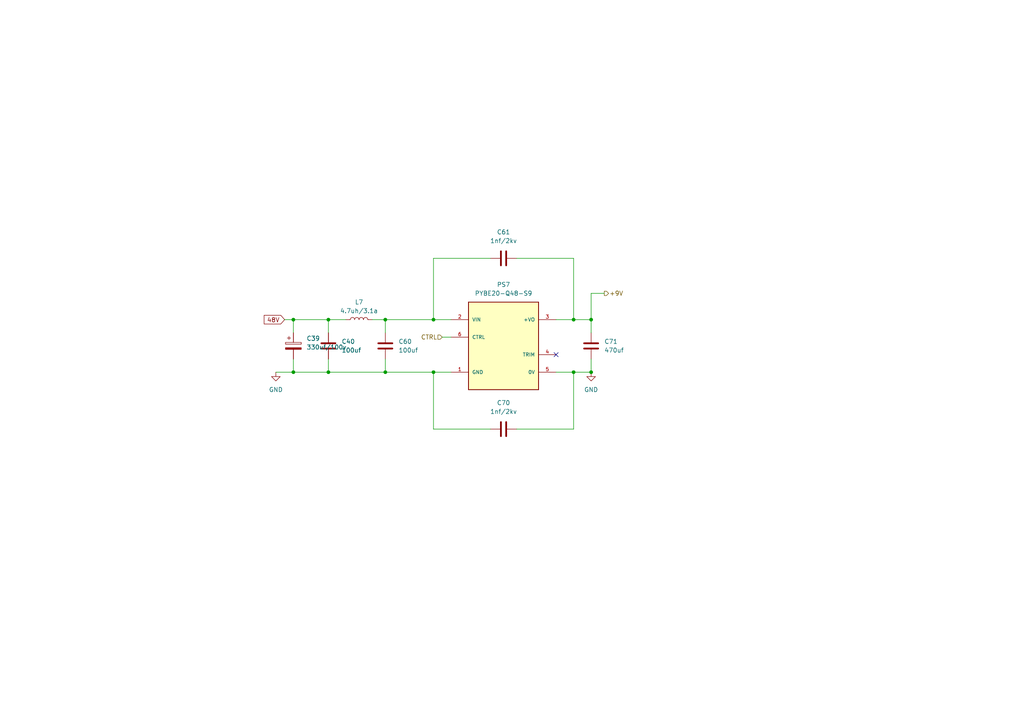
<source format=kicad_sch>
(kicad_sch (version 20231120) (generator "eeschema") (generator_version "8.0")
  (paper "A4")
  (lib_symbols
    (symbol "BCRL_power_supply:PYBE20-Q48-S9" (pin_names (offset 1.016))
      (property "Reference" "PS" (at -10.16 12.7 0))
      (property "Value" "PYBE20-Q48-S9" (at -10.16 -15.24 0))
      (symbol "PYBE20-Q48-S9_0_0"
        (rectangle (start -10.16 -12.7) (end 10.16 12.7) (stroke (width 0.254)) (fill (type background)))
        (pin power_in line (at -15.24 -7.62 0) (length 5.08) (name "GND") (number "1"))
        (pin input line (at -15.24 7.62 0) (length 5.08) (name "VIN") (number "2"))
        (pin output line (at 15.24 7.62 180) (length 5.08) (name "+VO") (number "3"))
        (pin input line (at 15.24 -2.54 180) (length 5.08) (name "TRIM") (number "4"))
        (pin power_in line (at 15.24 -7.62 180) (length 5.08) (name "0V") (number "5"))
        (pin input line (at -15.24 2.54 0) (length 5.08) (name "CTRL") (number "6"))
      )
    )
    (symbol "Device:C" (pin_numbers hide) (pin_names (offset 0.254))
      (property "Reference" "C" (at 0.635 2.54 0))
      (property "Value" "C" (at 0.635 -2.54 0))
      (symbol "C_0_1"
        (polyline (pts (xy -2.032 -0.762) (xy 2.032 -0.762)) (stroke (width 0.508)))
        (polyline (pts (xy -2.032 0.762) (xy 2.032 0.762)) (stroke (width 0.508)))
      )
      (symbol "C_1_1"
        (pin passive line (at 0 3.81 270) (length 2.794) (name "~") (number "1"))
        (pin passive line (at 0 -3.81 90) (length 2.794) (name "~") (number "2"))
      )
    )
    (symbol "Device:C_Polarized" (pin_numbers hide) (pin_names (offset 0.254))
      (property "Reference" "C" (at 0.635 2.54 0))
      (property "Value" "C_Polarized" (at 0.635 -2.54 0))
      (symbol "C_Polarized_0_1"
        (rectangle (start -2.286 0.508) (end 2.286 1.016))
        (polyline (pts (xy -1.778 2.286) (xy -0.762 2.286)))
        (polyline (pts (xy -1.27 2.794) (xy -1.27 1.778)))
        (rectangle (start 2.286 -0.508) (end -2.286 -1.016) (fill (type outline)))
      )
      (symbol "C_Polarized_1_1"
        (pin passive line (at 0 3.81 270) (length 2.794) (name "~") (number "1"))
        (pin passive line (at 0 -3.81 90) (length 2.794) (name "~") (number "2"))
      )
    )
    (symbol "Device:L" (pin_numbers hide) (pin_names (offset 1.016) hide)
      (property "Reference" "L" (at -1.27 0 90))
      (property "Value" "L" (at 1.905 0 90))
      (symbol "L_0_1"
        (arc (start 0 -2.54) (mid 0.6323 -1.905) (end 0 -1.27))
        (arc (start 0 -1.27) (mid 0.6323 -0.635) (end 0 0))
        (arc (start 0 0) (mid 0.6323 0.635) (end 0 1.27))
        (arc (start 0 1.27) (mid 0.6323 1.905) (end 0 2.54))
      )
      (symbol "L_1_1"
        (pin passive line (at 0 3.81 270) (length 1.27) (name "1") (number "1"))
        (pin passive line (at 0 -3.81 90) (length 1.27) (name "2") (number "2"))
      )
    )
    (symbol "power:GND" (power) (pin_names (offset 0))
      (property "Value" "GND" (at 0 -3.81 0))
      (symbol "GND_0_1"
        (polyline (pts (xy 0 0) (xy 0 -1.27) (xy 1.27 -1.27) (xy 0 -2.54) (xy -1.27 -1.27) (xy 0 -1.27)))
      )
      (symbol "GND_1_1"
        (pin power_in line (at 0 0 270) (length 0) hide (name "GND") (number "1"))
      )
    )
  )
  (junction (at 85.09 92.71))
  (junction (at 95.25 92.71))
  (junction (at 95.25 107.95))
  (junction (at 166.37 107.95))
  (junction (at 125.73 92.71))
  (junction (at 171.45 107.95))
  (junction (at 85.09 107.95))
  (junction (at 166.37 92.71))
  (junction (at 125.73 107.95))
  (junction (at 171.45 92.71))
  (junction (at 111.76 92.71))
  (junction (at 111.76 107.95))
  (no_connect (at 161.29 102.87))
  (wire (pts (xy 175.26 85.09) (xy 171.45 85.09)))
  (wire (pts (xy 111.76 107.95) (xy 125.73 107.95)))
  (wire (pts (xy 171.45 107.95) (xy 166.37 107.95)))
  (wire (pts (xy 171.45 92.71) (xy 166.37 92.71)))
  (wire (pts (xy 85.09 107.95) (xy 95.25 107.95)))
  (wire (pts (xy 166.37 124.46) (xy 166.37 107.95)))
  (wire (pts (xy 171.45 92.71) (xy 171.45 96.52)))
  (wire (pts (xy 125.73 74.93) (xy 125.73 92.71)))
  (wire (pts (xy 85.09 104.14) (xy 85.09 107.95)))
  (wire (pts (xy 166.37 92.71) (xy 161.29 92.71)))
  (wire (pts (xy 95.25 104.14) (xy 95.25 107.95)))
  (wire (pts (xy 111.76 92.71) (xy 111.76 96.52)))
  (wire (pts (xy 171.45 85.09) (xy 171.45 92.71)))
  (wire (pts (xy 149.86 124.46) (xy 166.37 124.46)))
  (wire (pts (xy 142.24 74.93) (xy 125.73 74.93)))
  (wire (pts (xy 111.76 104.14) (xy 111.76 107.95)))
  (wire (pts (xy 125.73 92.71) (xy 130.81 92.71)))
  (wire (pts (xy 166.37 74.93) (xy 166.37 92.71)))
  (wire (pts (xy 171.45 104.14) (xy 171.45 107.95)))
  (wire (pts (xy 125.73 124.46) (xy 125.73 107.95)))
  (wire (pts (xy 85.09 92.71) (xy 95.25 92.71)))
  (wire (pts (xy 107.95 92.71) (xy 111.76 92.71)))
  (wire (pts (xy 85.09 92.71) (xy 85.09 96.52)))
  (wire (pts (xy 95.25 92.71) (xy 100.33 92.71)))
  (wire (pts (xy 111.76 92.71) (xy 125.73 92.71)))
  (wire (pts (xy 128.27 97.79) (xy 130.81 97.79)))
  (wire (pts (xy 95.25 92.71) (xy 95.25 96.52)))
  (wire (pts (xy 125.73 107.95) (xy 130.81 107.95)))
  (wire (pts (xy 149.86 74.93) (xy 166.37 74.93)))
  (wire (pts (xy 166.37 107.95) (xy 161.29 107.95)))
  (wire (pts (xy 82.55 92.71) (xy 85.09 92.71)))
  (wire (pts (xy 80.01 107.95) (xy 85.09 107.95)))
  (wire (pts (xy 142.24 124.46) (xy 125.73 124.46)))
  (wire (pts (xy 95.25 107.95) (xy 111.76 107.95)))
  (global_label "48V" (shape input) (at 82.55 92.71 180) (property "Intersheetrefs" "${INTERSHEET_REFS}" (effects (hide yes))))
  (hierarchical_label "+9V" (shape output) (at 175.26 85.09 0))
  (hierarchical_label "CTRL" (shape input) (at 128.27 97.79 180))
  (symbol (lib_id "BCRL_power_supply:PYBE20-Q48-S9") (at 146.05 100.33 0) (unit 1)
    (property "Reference" "PS7" (at 146.05 82.55 0))
    (property "Value" "PYBE20-Q48-S9" (at 146.05 85.09 0))
    (property "MANUFACTURER" "CUI Inc" (effects (hide yes)))
  )
  (symbol (lib_id "Device:C") (at 146.05 124.46 90) (unit 1)
    (property "Reference" "C70" (at 146.05 116.84 90))
    (property "Value" "1nf/2kv" (at 146.05 119.38 90))
    (property "Footprint" "Capacitor_SMD:C_0603_1608Metric" (effects (hide yes)))
  )
  (symbol (lib_id "Device:C") (at 111.76 100.33 0) (unit 1)
    (property "Reference" "C60" (at 115.57 99.06 0) (effects (justify left)))
    (property "Value" "100uf" (at 115.57 101.6 0) (effects (justify left)))
    (property "Footprint" "Capacitor_SMD:C_0603_1608Metric" (effects (hide yes)))
  )
  (symbol (lib_id "Device:C") (at 171.45 100.33 0) (unit 1)
    (property "Reference" "C71" (at 175.26 99.06 0) (effects (justify left)))
    (property "Value" "470uf" (at 175.26 101.6 0) (effects (justify left)))
    (property "Footprint" "Capacitor_SMD:C_0603_1608Metric" (effects (hide yes)))
  )
  (symbol (lib_id "Device:C_Polarized") (at 85.09 100.33 0) (unit 1)
    (property "Reference" "C39" (at 88.9 98.171 0) (effects (justify left)))
    (property "Value" "330uf/100v" (at 88.9 100.711 0) (effects (justify left)))
    (property "Footprint" "Capacitor_SMD:C_0603_1608Metric" (effects (hide yes)))
  )
  (symbol (lib_id "power:GND") (at 171.45 107.95 0) (unit 1)
    (property "Reference" "#PWR0138" (effects (hide yes)))
    (property "Value" "GND" (at 171.45 113.03 0))
  )
  (symbol (lib_id "Device:C") (at 146.05 74.93 90) (unit 1)
    (property "Reference" "C61" (at 146.05 67.31 90))
    (property "Value" "1nf/2kv" (at 146.05 69.85 90))
    (property "Footprint" "Capacitor_SMD:C_0603_1608Metric" (effects (hide yes)))
  )
  (symbol (lib_id "Device:L") (at 104.14 92.71 90) (unit 1)
    (property "Reference" "L7" (at 104.14 87.63 90))
    (property "Value" "4.7uh/3.1a" (at 104.14 90.17 90))
  )
  (symbol (lib_id "power:GND") (at 80.01 107.95 0) (unit 1)
    (property "Reference" "#PWR0137" (effects (hide yes)))
    (property "Value" "GND" (at 80.01 113.03 0))
  )
  (symbol (lib_id "Device:C") (at 95.25 100.33 0) (unit 1)
    (property "Reference" "C40" (at 99.06 99.06 0) (effects (justify left)))
    (property "Value" "100uf" (at 99.06 101.6 0) (effects (justify left)))
    (property "Footprint" "Capacitor_SMD:C_0603_1608Metric" (effects (hide yes)))
  )
)
</source>
